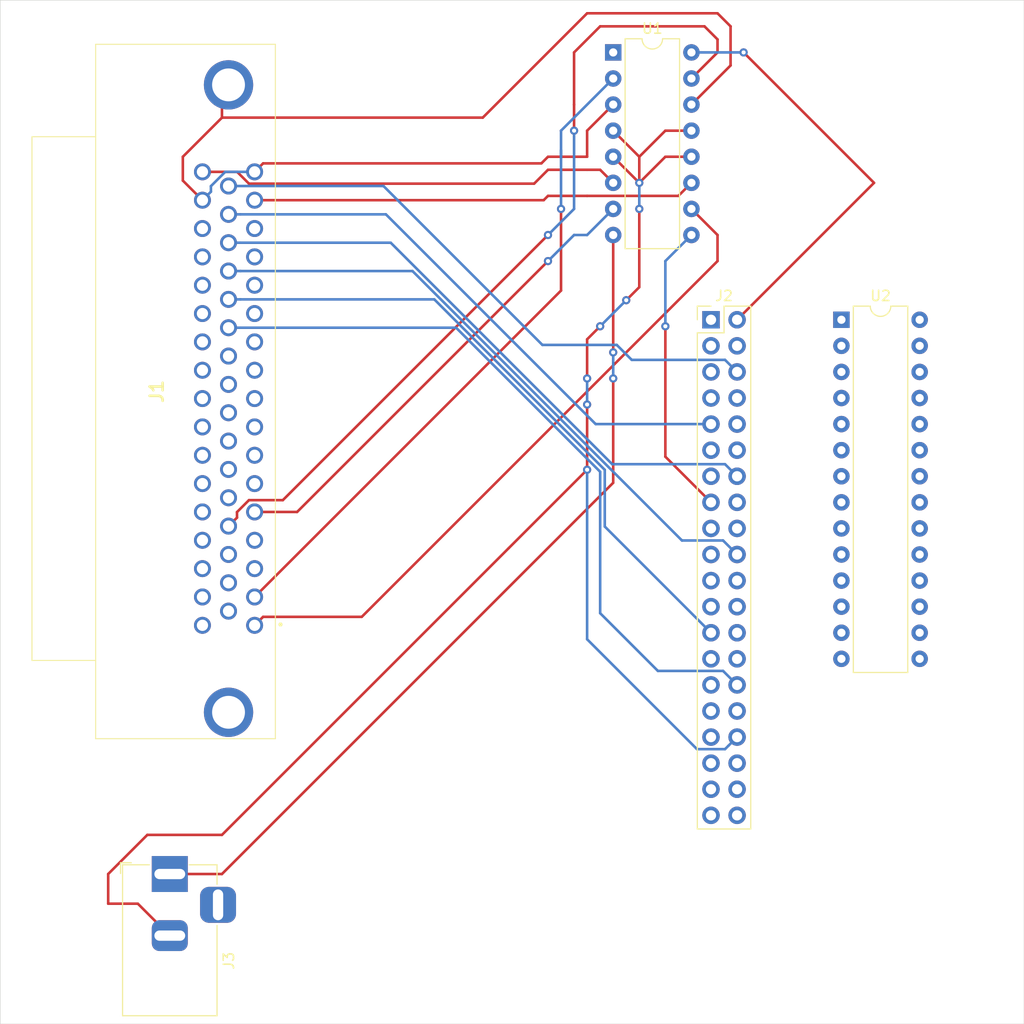
<source format=kicad_pcb>
(kicad_pcb (version 20171130) (host pcbnew 5.1.4)

  (general
    (thickness 1.6)
    (drawings 5)
    (tracks 152)
    (zones 0)
    (modules 5)
    (nets 113)
  )

  (page A4)
  (layers
    (0 F.Cu signal)
    (31 B.Cu signal)
    (32 B.Adhes user)
    (33 F.Adhes user)
    (34 B.Paste user)
    (35 F.Paste user)
    (36 B.SilkS user)
    (37 F.SilkS user)
    (38 B.Mask user)
    (39 F.Mask user)
    (40 Dwgs.User user)
    (41 Cmts.User user)
    (42 Eco1.User user)
    (43 Eco2.User user)
    (44 Edge.Cuts user)
    (45 Margin user)
    (46 B.CrtYd user)
    (47 F.CrtYd user)
    (48 B.Fab user)
    (49 F.Fab user)
  )

  (setup
    (last_trace_width 0.25)
    (user_trace_width 3.5)
    (user_trace_width 9.5)
    (trace_clearance 0.2)
    (zone_clearance 0.508)
    (zone_45_only no)
    (trace_min 0.2)
    (via_size 0.8)
    (via_drill 0.4)
    (via_min_size 0.4)
    (via_min_drill 0.3)
    (uvia_size 0.3)
    (uvia_drill 0.1)
    (uvias_allowed no)
    (uvia_min_size 0.2)
    (uvia_min_drill 0.1)
    (edge_width 0.05)
    (segment_width 0.2)
    (pcb_text_width 0.3)
    (pcb_text_size 1.5 1.5)
    (mod_edge_width 0.12)
    (mod_text_size 1 1)
    (mod_text_width 0.15)
    (pad_size 1.524 1.524)
    (pad_drill 0.762)
    (pad_to_mask_clearance 0.051)
    (solder_mask_min_width 0.25)
    (aux_axis_origin 0 0)
    (visible_elements FFFFFF7F)
    (pcbplotparams
      (layerselection 0x010fc_ffffffff)
      (usegerberextensions false)
      (usegerberattributes false)
      (usegerberadvancedattributes false)
      (creategerberjobfile false)
      (excludeedgelayer true)
      (linewidth 0.100000)
      (plotframeref false)
      (viasonmask false)
      (mode 1)
      (useauxorigin false)
      (hpglpennumber 1)
      (hpglpenspeed 20)
      (hpglpendiameter 15.000000)
      (psnegative false)
      (psa4output false)
      (plotreference true)
      (plotvalue true)
      (plotinvisibletext false)
      (padsonsilk false)
      (subtractmaskfromsilk false)
      (outputformat 1)
      (mirror false)
      (drillshape 0)
      (scaleselection 1)
      (outputdirectory "GERBERS/"))
  )

  (net 0 "")
  (net 1 /Grp_LOGIC_GND)
  (net 2 /M5_LOGIC_GND)
  (net 3 /M4_LOGIC_GND)
  (net 4 /M3_LOGIC_GND)
  (net 5 /M2_LOGIC_GND)
  (net 6 /M1_LOGIC_GND)
  (net 7 /M2_LOGIC_P0)
  (net 8 /M1_LOGIC_P0)
  (net 9 /M5_LOGIC_P1)
  (net 10 /M3_LOGIC_P1)
  (net 11 /M1_LOGIC_P1)
  (net 12 /M5_LOGIC_MS)
  (net 13 /M2_LOGIC_MS)
  (net 14 /M4_LOGIC_MS)
  (net 15 /M5_LOGIC_LED)
  (net 16 /M3_LOGIC_LED)
  (net 17 /M1_LOGIC_LED)
  (net 18 /Grp+)
  (net 19 /M5+)
  (net 20 /M4+)
  (net 21 /M3+)
  (net 22 /M2+)
  (net 23 /M5_LOGIC_P0)
  (net 24 /Grp_LOGIC_P1)
  (net 25 /M4_LOGIC_P1)
  (net 26 /M2_LOGIC_P1)
  (net 27 /Grp_LOGIC_MS)
  (net 28 /M1_LOGIC_MS)
  (net 29 /M3_LOGIC_MS)
  (net 30 /Grp_LOGIC_LED)
  (net 31 /M4_LOGIC_LED)
  (net 32 /M2_LOGIC_LED)
  (net 33 /Grp_LOGIC_P0)
  (net 34 /M4_LOGIC_P0)
  (net 35 /M3_LOGIC_P0)
  (net 36 "Net-(J1-Pad37)")
  (net 37 "Net-(J1-Pad38)")
  (net 38 "Net-(J1-Pad39)")
  (net 39 "Net-(J1-Pad40)")
  (net 40 "Net-(J1-Pad41)")
  (net 41 "Net-(J1-Pad42)")
  (net 42 "Net-(J1-Pad43)")
  (net 43 "Net-(J1-Pad44)")
  (net 44 /Grp-)
  (net 45 /M5-)
  (net 46 /M4-)
  (net 47 /M3-)
  (net 48 /M2-)
  (net 49 /M1-)
  (net 50 "Net-(J2-Pad1)")
  (net 51 "Net-(J2-Pad3)")
  (net 52 "Net-(J2-Pad4)")
  (net 53 "Net-(J2-Pad5)")
  (net 54 "Net-(J2-Pad7)")
  (net 55 "Net-(J2-Pad8)")
  (net 56 "Net-(J2-Pad10)")
  (net 57 "Net-(J2-Pad11)")
  (net 58 "Net-(J2-Pad12)")
  (net 59 "Net-(J2-Pad13)")
  (net 60 "Net-(J2-Pad16)")
  (net 61 "Net-(J2-Pad17)")
  (net 62 "Net-(J2-Pad18)")
  (net 63 "Net-(J2-Pad19)")
  (net 64 "Net-(J2-Pad21)")
  (net 65 "Net-(J2-Pad22)")
  (net 66 "Net-(J2-Pad23)")
  (net 67 "Net-(J2-Pad24)")
  (net 68 "Net-(J2-Pad26)")
  (net 69 "Net-(J2-Pad27)")
  (net 70 "Net-(J2-Pad28)")
  (net 71 "Net-(J2-Pad29)")
  (net 72 "Net-(J2-Pad31)")
  (net 73 "Net-(J2-Pad32)")
  (net 74 "Net-(J2-Pad33)")
  (net 75 "Net-(J2-Pad35)")
  (net 76 "Net-(J2-Pad36)")
  (net 77 "Net-(J2-Pad37)")
  (net 78 "Net-(J2-Pad38)")
  (net 79 "Net-(J2-Pad39)")
  (net 80 "Net-(J2-Pad40)")
  (net 81 /LOGIC_ENABLE_MOTORS)
  (net 82 /12V-)
  (net 83 /12V+)
  (net 84 /LOGIC_5V+)
  (net 85 "Net-(U2-Pad1)")
  (net 86 "Net-(U2-Pad15)")
  (net 87 "Net-(U2-Pad2)")
  (net 88 "Net-(U2-Pad16)")
  (net 89 "Net-(U2-Pad3)")
  (net 90 "Net-(U2-Pad17)")
  (net 91 "Net-(U2-Pad4)")
  (net 92 "Net-(U2-Pad18)")
  (net 93 "Net-(U2-Pad5)")
  (net 94 "Net-(U2-Pad19)")
  (net 95 "Net-(U2-Pad6)")
  (net 96 "Net-(U2-Pad20)")
  (net 97 "Net-(U2-Pad7)")
  (net 98 "Net-(U2-Pad21)")
  (net 99 "Net-(U2-Pad8)")
  (net 100 "Net-(U2-Pad22)")
  (net 101 "Net-(U2-Pad9)")
  (net 102 "Net-(U2-Pad23)")
  (net 103 "Net-(U2-Pad10)")
  (net 104 "Net-(U2-Pad24)")
  (net 105 "Net-(U2-Pad11)")
  (net 106 "Net-(U2-Pad25)")
  (net 107 "Net-(U2-Pad12)")
  (net 108 "Net-(U2-Pad26)")
  (net 109 "Net-(U2-Pad13)")
  (net 110 "Net-(U2-Pad27)")
  (net 111 "Net-(U2-Pad14)")
  (net 112 "Net-(U2-Pad28)")

  (net_class Default "This is the default net class."
    (clearance 0.2)
    (trace_width 0.25)
    (via_dia 0.8)
    (via_drill 0.4)
    (uvia_dia 0.3)
    (uvia_drill 0.1)
    (add_net /12V+)
    (add_net /12V-)
    (add_net /Grp+)
    (add_net /Grp-)
    (add_net /Grp_LOGIC_GND)
    (add_net /Grp_LOGIC_LED)
    (add_net /Grp_LOGIC_MS)
    (add_net /Grp_LOGIC_P0)
    (add_net /Grp_LOGIC_P1)
    (add_net /LOGIC_5V+)
    (add_net /LOGIC_ENABLE_MOTORS)
    (add_net /M1-)
    (add_net /M1_LOGIC_GND)
    (add_net /M1_LOGIC_LED)
    (add_net /M1_LOGIC_MS)
    (add_net /M1_LOGIC_P0)
    (add_net /M1_LOGIC_P1)
    (add_net /M2+)
    (add_net /M2-)
    (add_net /M2_LOGIC_GND)
    (add_net /M2_LOGIC_LED)
    (add_net /M2_LOGIC_MS)
    (add_net /M2_LOGIC_P0)
    (add_net /M2_LOGIC_P1)
    (add_net /M3+)
    (add_net /M3-)
    (add_net /M3_LOGIC_GND)
    (add_net /M3_LOGIC_LED)
    (add_net /M3_LOGIC_MS)
    (add_net /M3_LOGIC_P0)
    (add_net /M3_LOGIC_P1)
    (add_net /M4+)
    (add_net /M4-)
    (add_net /M4_LOGIC_GND)
    (add_net /M4_LOGIC_LED)
    (add_net /M4_LOGIC_MS)
    (add_net /M4_LOGIC_P0)
    (add_net /M4_LOGIC_P1)
    (add_net /M5+)
    (add_net /M5-)
    (add_net /M5_LOGIC_GND)
    (add_net /M5_LOGIC_LED)
    (add_net /M5_LOGIC_MS)
    (add_net /M5_LOGIC_P0)
    (add_net /M5_LOGIC_P1)
    (add_net "Net-(J1-Pad37)")
    (add_net "Net-(J1-Pad38)")
    (add_net "Net-(J1-Pad39)")
    (add_net "Net-(J1-Pad40)")
    (add_net "Net-(J1-Pad41)")
    (add_net "Net-(J1-Pad42)")
    (add_net "Net-(J1-Pad43)")
    (add_net "Net-(J1-Pad44)")
    (add_net "Net-(J2-Pad1)")
    (add_net "Net-(J2-Pad10)")
    (add_net "Net-(J2-Pad11)")
    (add_net "Net-(J2-Pad12)")
    (add_net "Net-(J2-Pad13)")
    (add_net "Net-(J2-Pad16)")
    (add_net "Net-(J2-Pad17)")
    (add_net "Net-(J2-Pad18)")
    (add_net "Net-(J2-Pad19)")
    (add_net "Net-(J2-Pad21)")
    (add_net "Net-(J2-Pad22)")
    (add_net "Net-(J2-Pad23)")
    (add_net "Net-(J2-Pad24)")
    (add_net "Net-(J2-Pad26)")
    (add_net "Net-(J2-Pad27)")
    (add_net "Net-(J2-Pad28)")
    (add_net "Net-(J2-Pad29)")
    (add_net "Net-(J2-Pad3)")
    (add_net "Net-(J2-Pad31)")
    (add_net "Net-(J2-Pad32)")
    (add_net "Net-(J2-Pad33)")
    (add_net "Net-(J2-Pad35)")
    (add_net "Net-(J2-Pad36)")
    (add_net "Net-(J2-Pad37)")
    (add_net "Net-(J2-Pad38)")
    (add_net "Net-(J2-Pad39)")
    (add_net "Net-(J2-Pad4)")
    (add_net "Net-(J2-Pad40)")
    (add_net "Net-(J2-Pad5)")
    (add_net "Net-(J2-Pad7)")
    (add_net "Net-(J2-Pad8)")
    (add_net "Net-(U2-Pad1)")
    (add_net "Net-(U2-Pad10)")
    (add_net "Net-(U2-Pad11)")
    (add_net "Net-(U2-Pad12)")
    (add_net "Net-(U2-Pad13)")
    (add_net "Net-(U2-Pad14)")
    (add_net "Net-(U2-Pad15)")
    (add_net "Net-(U2-Pad16)")
    (add_net "Net-(U2-Pad17)")
    (add_net "Net-(U2-Pad18)")
    (add_net "Net-(U2-Pad19)")
    (add_net "Net-(U2-Pad2)")
    (add_net "Net-(U2-Pad20)")
    (add_net "Net-(U2-Pad21)")
    (add_net "Net-(U2-Pad22)")
    (add_net "Net-(U2-Pad23)")
    (add_net "Net-(U2-Pad24)")
    (add_net "Net-(U2-Pad25)")
    (add_net "Net-(U2-Pad26)")
    (add_net "Net-(U2-Pad27)")
    (add_net "Net-(U2-Pad28)")
    (add_net "Net-(U2-Pad3)")
    (add_net "Net-(U2-Pad4)")
    (add_net "Net-(U2-Pad5)")
    (add_net "Net-(U2-Pad6)")
    (add_net "Net-(U2-Pad7)")
    (add_net "Net-(U2-Pad8)")
    (add_net "Net-(U2-Pad9)")
  )

  (module Connector_BarrelJack:BarrelJack_Horizontal (layer F.Cu) (tedit 5A1DBF6A) (tstamp 5DE11FE9)
    (at 35.56 104.14 90)
    (descr "DC Barrel Jack")
    (tags "Power Jack")
    (path /5E136646)
    (fp_text reference J3 (at -8.45 5.75 90) (layer F.SilkS)
      (effects (font (size 1 1) (thickness 0.15)))
    )
    (fp_text value Conn_01x02 (at -6.2 -5.5 90) (layer F.Fab)
      (effects (font (size 1 1) (thickness 0.15)))
    )
    (fp_text user %R (at -3 -2.95 90) (layer F.Fab)
      (effects (font (size 1 1) (thickness 0.15)))
    )
    (fp_line (start -0.003213 -4.505425) (end 0.8 -3.75) (layer F.Fab) (width 0.1))
    (fp_line (start 1.1 -3.75) (end 1.1 -4.8) (layer F.SilkS) (width 0.12))
    (fp_line (start 0.05 -4.8) (end 1.1 -4.8) (layer F.SilkS) (width 0.12))
    (fp_line (start 1 -4.5) (end 1 -4.75) (layer F.CrtYd) (width 0.05))
    (fp_line (start 1 -4.75) (end -14 -4.75) (layer F.CrtYd) (width 0.05))
    (fp_line (start 1 -4.5) (end 1 -2) (layer F.CrtYd) (width 0.05))
    (fp_line (start 1 -2) (end 2 -2) (layer F.CrtYd) (width 0.05))
    (fp_line (start 2 -2) (end 2 2) (layer F.CrtYd) (width 0.05))
    (fp_line (start 2 2) (end 1 2) (layer F.CrtYd) (width 0.05))
    (fp_line (start 1 2) (end 1 4.75) (layer F.CrtYd) (width 0.05))
    (fp_line (start 1 4.75) (end -1 4.75) (layer F.CrtYd) (width 0.05))
    (fp_line (start -1 4.75) (end -1 6.75) (layer F.CrtYd) (width 0.05))
    (fp_line (start -1 6.75) (end -5 6.75) (layer F.CrtYd) (width 0.05))
    (fp_line (start -5 6.75) (end -5 4.75) (layer F.CrtYd) (width 0.05))
    (fp_line (start -5 4.75) (end -14 4.75) (layer F.CrtYd) (width 0.05))
    (fp_line (start -14 4.75) (end -14 -4.75) (layer F.CrtYd) (width 0.05))
    (fp_line (start -5 4.6) (end -13.8 4.6) (layer F.SilkS) (width 0.12))
    (fp_line (start -13.8 4.6) (end -13.8 -4.6) (layer F.SilkS) (width 0.12))
    (fp_line (start 0.9 1.9) (end 0.9 4.6) (layer F.SilkS) (width 0.12))
    (fp_line (start 0.9 4.6) (end -1 4.6) (layer F.SilkS) (width 0.12))
    (fp_line (start -13.8 -4.6) (end 0.9 -4.6) (layer F.SilkS) (width 0.12))
    (fp_line (start 0.9 -4.6) (end 0.9 -2) (layer F.SilkS) (width 0.12))
    (fp_line (start -10.2 -4.5) (end -10.2 4.5) (layer F.Fab) (width 0.1))
    (fp_line (start -13.7 -4.5) (end -13.7 4.5) (layer F.Fab) (width 0.1))
    (fp_line (start -13.7 4.5) (end 0.8 4.5) (layer F.Fab) (width 0.1))
    (fp_line (start 0.8 4.5) (end 0.8 -3.75) (layer F.Fab) (width 0.1))
    (fp_line (start 0 -4.5) (end -13.7 -4.5) (layer F.Fab) (width 0.1))
    (pad 1 thru_hole rect (at 0 0 90) (size 3.5 3.5) (drill oval 1 3) (layers *.Cu *.Mask)
      (net 83 /12V+))
    (pad 2 thru_hole roundrect (at -6 0 90) (size 3 3.5) (drill oval 1 3) (layers *.Cu *.Mask) (roundrect_rratio 0.25)
      (net 82 /12V-))
    (pad 3 thru_hole roundrect (at -3 4.7 90) (size 3.5 3.5) (drill oval 3 1) (layers *.Cu *.Mask) (roundrect_rratio 0.25))
    (model ${KISYS3DMOD}/Connector_BarrelJack.3dshapes/BarrelJack_Horizontal.wrl
      (at (xyz 0 0 0))
      (scale (xyz 1 1 1))
      (rotate (xyz 0 0 0))
    )
  )

  (module LibraryLoader:09665526612 (layer F.Cu) (tedit 0) (tstamp 5DE10A55)
    (at 34.29 57.15 270)
    (descr 09665526612)
    (tags Connector)
    (path /5DE13F75)
    (fp_text reference J1 (at 0 0 90) (layer F.SilkS)
      (effects (font (size 1.27 1.27) (thickness 0.254)))
    )
    (fp_text value DB-50 (at 0 0 90) (layer F.SilkS) hide
      (effects (font (size 1.27 1.27) (thickness 0.254)))
    )
    (fp_text user %R (at 0 0 90) (layer F.Fab)
      (effects (font (size 1.27 1.27) (thickness 0.254)))
    )
    (fp_line (start -33.81 -11.55) (end 33.81 -11.55) (layer F.Fab) (width 0.2))
    (fp_line (start 33.81 -11.55) (end 33.81 5.95) (layer F.Fab) (width 0.2))
    (fp_line (start 33.81 5.95) (end -33.81 5.95) (layer F.Fab) (width 0.2))
    (fp_line (start -33.81 5.95) (end -33.81 -11.55) (layer F.Fab) (width 0.2))
    (fp_line (start -33.81 -11.55) (end 33.81 -11.55) (layer F.SilkS) (width 0.1))
    (fp_line (start 33.81 -11.55) (end 33.81 5.95) (layer F.SilkS) (width 0.1))
    (fp_line (start 33.81 5.95) (end -33.81 5.95) (layer F.SilkS) (width 0.1))
    (fp_line (start -33.81 5.95) (end -33.81 -11.55) (layer F.SilkS) (width 0.1))
    (fp_line (start -34.81 -13.15) (end 34.81 -13.15) (layer F.CrtYd) (width 0.1))
    (fp_line (start 34.81 -13.15) (end 34.81 13.15) (layer F.CrtYd) (width 0.1))
    (fp_line (start 34.81 13.15) (end -34.81 13.15) (layer F.CrtYd) (width 0.1))
    (fp_line (start -34.81 13.15) (end -34.81 -13.15) (layer F.CrtYd) (width 0.1))
    (fp_line (start -24.81 5.95) (end -24.81 12.15) (layer F.Fab) (width 0.2))
    (fp_line (start -24.81 12.15) (end 26.19 12.15) (layer F.Fab) (width 0.2))
    (fp_line (start 26.19 12.15) (end 26.19 5.95) (layer F.Fab) (width 0.2))
    (fp_line (start -24.81 5.95) (end -24.81 12.15) (layer F.SilkS) (width 0.1))
    (fp_line (start -24.81 12.15) (end 26.19 12.15) (layer F.SilkS) (width 0.1))
    (fp_line (start 26.19 12.15) (end 26.19 5.95) (layer F.SilkS) (width 0.1))
    (fp_line (start 22.59 -12.05) (end 22.59 -12.05) (layer F.SilkS) (width 0.2))
    (fp_line (start 22.79 -12.05) (end 22.79 -12.05) (layer F.SilkS) (width 0.2))
    (fp_arc (start 22.69 -12.05) (end 22.59 -12.05) (angle 180) (layer F.SilkS) (width 0.2))
    (fp_arc (start 22.69 -12.05) (end 22.79 -12.05) (angle 180) (layer F.SilkS) (width 0.2))
    (pad 1 thru_hole circle (at 22.77 -9.53 270) (size 1.65 1.65) (drill 1.1) (layers *.Cu *.Mask)
      (net 7 /M2_LOGIC_P0))
    (pad 2 thru_hole circle (at 20.01 -9.53 270) (size 1.65 1.65) (drill 1.1) (layers *.Cu *.Mask)
      (net 8 /M1_LOGIC_P0))
    (pad 3 thru_hole circle (at 17.25 -9.53 270) (size 1.65 1.65) (drill 1.1) (layers *.Cu *.Mask)
      (net 9 /M5_LOGIC_P1))
    (pad 4 thru_hole circle (at 14.49 -9.53 270) (size 1.65 1.65) (drill 1.1) (layers *.Cu *.Mask)
      (net 10 /M3_LOGIC_P1))
    (pad 5 thru_hole circle (at 11.73 -9.53 270) (size 1.65 1.65) (drill 1.1) (layers *.Cu *.Mask)
      (net 11 /M1_LOGIC_P1))
    (pad 6 thru_hole circle (at 8.97 -9.53 270) (size 1.65 1.65) (drill 1.1) (layers *.Cu *.Mask)
      (net 12 /M5_LOGIC_MS))
    (pad 7 thru_hole circle (at 6.21 -9.53 270) (size 1.65 1.65) (drill 1.1) (layers *.Cu *.Mask)
      (net 13 /M2_LOGIC_MS))
    (pad 8 thru_hole circle (at 3.45 -9.53 270) (size 1.65 1.65) (drill 1.1) (layers *.Cu *.Mask)
      (net 14 /M4_LOGIC_MS))
    (pad 9 thru_hole circle (at 0.69 -9.53 270) (size 1.65 1.65) (drill 1.1) (layers *.Cu *.Mask)
      (net 15 /M5_LOGIC_LED))
    (pad 10 thru_hole circle (at -2.07 -9.53 270) (size 1.65 1.65) (drill 1.1) (layers *.Cu *.Mask)
      (net 16 /M3_LOGIC_LED))
    (pad 11 thru_hole circle (at -4.83 -9.53 270) (size 1.65 1.65) (drill 1.1) (layers *.Cu *.Mask)
      (net 17 /M1_LOGIC_LED))
    (pad 12 thru_hole circle (at -7.59 -9.53 270) (size 1.65 1.65) (drill 1.1) (layers *.Cu *.Mask)
      (net 18 /Grp+))
    (pad 13 thru_hole circle (at -10.35 -9.53 270) (size 1.65 1.65) (drill 1.1) (layers *.Cu *.Mask)
      (net 19 /M5+))
    (pad 14 thru_hole circle (at -13.11 -9.53 270) (size 1.65 1.65) (drill 1.1) (layers *.Cu *.Mask)
      (net 20 /M4+))
    (pad 15 thru_hole circle (at -15.87 -9.53 270) (size 1.65 1.65) (drill 1.1) (layers *.Cu *.Mask)
      (net 21 /M3+))
    (pad 16 thru_hole circle (at -18.63 -9.53 270) (size 1.65 1.65) (drill 1.1) (layers *.Cu *.Mask)
      (net 22 /M2+))
    (pad 17 thru_hole circle (at -21.39 -9.53 270) (size 1.65 1.65) (drill 1.1) (layers *.Cu *.Mask)
      (net 48 /M2-))
    (pad 18 thru_hole circle (at 21.39 -6.99 270) (size 1.65 1.65) (drill 1.1) (layers *.Cu *.Mask)
      (net 23 /M5_LOGIC_P0))
    (pad 19 thru_hole circle (at 18.63 -6.99 270) (size 1.65 1.65) (drill 1.1) (layers *.Cu *.Mask)
      (net 24 /Grp_LOGIC_P1))
    (pad 20 thru_hole circle (at 15.87 -6.99 270) (size 1.65 1.65) (drill 1.1) (layers *.Cu *.Mask)
      (net 25 /M4_LOGIC_P1))
    (pad 21 thru_hole circle (at 13.11 -6.99 270) (size 1.65 1.65) (drill 1.1) (layers *.Cu *.Mask)
      (net 26 /M2_LOGIC_P1))
    (pad 22 thru_hole circle (at 10.35 -6.99 270) (size 1.65 1.65) (drill 1.1) (layers *.Cu *.Mask)
      (net 27 /Grp_LOGIC_MS))
    (pad 23 thru_hole circle (at 7.59 -6.99 270) (size 1.65 1.65) (drill 1.1) (layers *.Cu *.Mask)
      (net 28 /M1_LOGIC_MS))
    (pad 24 thru_hole circle (at 4.83 -6.99 270) (size 1.65 1.65) (drill 1.1) (layers *.Cu *.Mask)
      (net 29 /M3_LOGIC_MS))
    (pad 25 thru_hole circle (at 2.07 -6.99 270) (size 1.65 1.65) (drill 1.1) (layers *.Cu *.Mask)
      (net 30 /Grp_LOGIC_LED))
    (pad 26 thru_hole circle (at -0.69 -6.99 270) (size 1.65 1.65) (drill 1.1) (layers *.Cu *.Mask)
      (net 31 /M4_LOGIC_LED))
    (pad 27 thru_hole circle (at -3.45 -6.99 270) (size 1.65 1.65) (drill 1.1) (layers *.Cu *.Mask)
      (net 32 /M2_LOGIC_LED))
    (pad 28 thru_hole circle (at -6.21 -6.99 270) (size 1.65 1.65) (drill 1.1) (layers *.Cu *.Mask)
      (net 1 /Grp_LOGIC_GND))
    (pad 29 thru_hole circle (at -8.97 -6.99 270) (size 1.65 1.65) (drill 1.1) (layers *.Cu *.Mask)
      (net 2 /M5_LOGIC_GND))
    (pad 30 thru_hole circle (at -11.73 -6.99 270) (size 1.65 1.65) (drill 1.1) (layers *.Cu *.Mask)
      (net 3 /M4_LOGIC_GND))
    (pad 31 thru_hole circle (at -14.49 -6.99 270) (size 1.65 1.65) (drill 1.1) (layers *.Cu *.Mask)
      (net 4 /M3_LOGIC_GND))
    (pad 32 thru_hole circle (at -17.25 -6.99 270) (size 1.65 1.65) (drill 1.1) (layers *.Cu *.Mask)
      (net 5 /M2_LOGIC_GND))
    (pad 33 thru_hole circle (at -20.01 -6.99 270) (size 1.65 1.65) (drill 1.1) (layers *.Cu *.Mask)
      (net 6 /M1_LOGIC_GND))
    (pad 34 thru_hole circle (at 22.77 -4.45 270) (size 1.65 1.65) (drill 1.1) (layers *.Cu *.Mask)
      (net 33 /Grp_LOGIC_P0))
    (pad 35 thru_hole circle (at 20.01 -4.45 270) (size 1.65 1.65) (drill 1.1) (layers *.Cu *.Mask)
      (net 34 /M4_LOGIC_P0))
    (pad 36 thru_hole circle (at 17.25 -4.45 270) (size 1.65 1.65) (drill 1.1) (layers *.Cu *.Mask)
      (net 35 /M3_LOGIC_P0))
    (pad 37 thru_hole circle (at 14.49 -4.45 270) (size 1.65 1.65) (drill 1.1) (layers *.Cu *.Mask)
      (net 36 "Net-(J1-Pad37)"))
    (pad 38 thru_hole circle (at 11.73 -4.45 270) (size 1.65 1.65) (drill 1.1) (layers *.Cu *.Mask)
      (net 37 "Net-(J1-Pad38)"))
    (pad 39 thru_hole circle (at 8.97 -4.45 270) (size 1.65 1.65) (drill 1.1) (layers *.Cu *.Mask)
      (net 38 "Net-(J1-Pad39)"))
    (pad 40 thru_hole circle (at 6.21 -4.45 270) (size 1.65 1.65) (drill 1.1) (layers *.Cu *.Mask)
      (net 39 "Net-(J1-Pad40)"))
    (pad 41 thru_hole circle (at 3.45 -4.45 270) (size 1.65 1.65) (drill 1.1) (layers *.Cu *.Mask)
      (net 40 "Net-(J1-Pad41)"))
    (pad 42 thru_hole circle (at 0.69 -4.45 270) (size 1.65 1.65) (drill 1.1) (layers *.Cu *.Mask)
      (net 41 "Net-(J1-Pad42)"))
    (pad 43 thru_hole circle (at -2.07 -4.45 270) (size 1.65 1.65) (drill 1.1) (layers *.Cu *.Mask)
      (net 42 "Net-(J1-Pad43)"))
    (pad 44 thru_hole circle (at -4.83 -4.45 270) (size 1.65 1.65) (drill 1.1) (layers *.Cu *.Mask)
      (net 43 "Net-(J1-Pad44)"))
    (pad 45 thru_hole circle (at -7.59 -4.45 270) (size 1.65 1.65) (drill 1.1) (layers *.Cu *.Mask)
      (net 44 /Grp-))
    (pad 46 thru_hole circle (at -10.35 -4.45 270) (size 1.65 1.65) (drill 1.1) (layers *.Cu *.Mask)
      (net 45 /M5-))
    (pad 47 thru_hole circle (at -13.11 -4.45 270) (size 1.65 1.65) (drill 1.1) (layers *.Cu *.Mask)
      (net 46 /M4-))
    (pad 48 thru_hole circle (at -15.87 -4.45 270) (size 1.65 1.65) (drill 1.1) (layers *.Cu *.Mask)
      (net 47 /M3-))
    (pad 49 thru_hole circle (at -18.63 -4.45 270) (size 1.65 1.65) (drill 1.1) (layers *.Cu *.Mask)
      (net 48 /M2-))
    (pad 50 thru_hole circle (at -21.39 -4.45 270) (size 1.65 1.65) (drill 1.1) (layers *.Cu *.Mask)
      (net 49 /M1-))
    (pad 51 thru_hole circle (at -29.86 -6.99 270) (size 4.8 4.8) (drill 3.2) (layers *.Cu *.Mask)
      (net 48 /M2-))
    (pad 52 thru_hole circle (at 31.24 -6.99 270) (size 4.8 4.8) (drill 3.2) (layers *.Cu *.Mask))
  )

  (module Package_DIP:DIP-28_W7.62mm (layer F.Cu) (tedit 5A02E8C5) (tstamp 5DE11BB0)
    (at 100.965 50.165)
    (descr "28-lead though-hole mounted DIP package, row spacing 7.62 mm (300 mils)")
    (tags "THT DIP DIL PDIP 2.54mm 7.62mm 300mil")
    (path /5E01D5FD)
    (fp_text reference U2 (at 3.81 -2.33) (layer F.SilkS)
      (effects (font (size 1 1) (thickness 0.15)))
    )
    (fp_text value PIC18F2431-E_SP (at 3.81 35.35) (layer F.Fab)
      (effects (font (size 1 1) (thickness 0.15)))
    )
    (fp_arc (start 3.81 -1.33) (end 2.81 -1.33) (angle -180) (layer F.SilkS) (width 0.12))
    (fp_line (start 1.635 -1.27) (end 6.985 -1.27) (layer F.Fab) (width 0.1))
    (fp_line (start 6.985 -1.27) (end 6.985 34.29) (layer F.Fab) (width 0.1))
    (fp_line (start 6.985 34.29) (end 0.635 34.29) (layer F.Fab) (width 0.1))
    (fp_line (start 0.635 34.29) (end 0.635 -0.27) (layer F.Fab) (width 0.1))
    (fp_line (start 0.635 -0.27) (end 1.635 -1.27) (layer F.Fab) (width 0.1))
    (fp_line (start 2.81 -1.33) (end 1.16 -1.33) (layer F.SilkS) (width 0.12))
    (fp_line (start 1.16 -1.33) (end 1.16 34.35) (layer F.SilkS) (width 0.12))
    (fp_line (start 1.16 34.35) (end 6.46 34.35) (layer F.SilkS) (width 0.12))
    (fp_line (start 6.46 34.35) (end 6.46 -1.33) (layer F.SilkS) (width 0.12))
    (fp_line (start 6.46 -1.33) (end 4.81 -1.33) (layer F.SilkS) (width 0.12))
    (fp_line (start -1.1 -1.55) (end -1.1 34.55) (layer F.CrtYd) (width 0.05))
    (fp_line (start -1.1 34.55) (end 8.7 34.55) (layer F.CrtYd) (width 0.05))
    (fp_line (start 8.7 34.55) (end 8.7 -1.55) (layer F.CrtYd) (width 0.05))
    (fp_line (start 8.7 -1.55) (end -1.1 -1.55) (layer F.CrtYd) (width 0.05))
    (fp_text user %R (at 3.81 16.51) (layer F.Fab)
      (effects (font (size 1 1) (thickness 0.15)))
    )
    (pad 1 thru_hole rect (at 0 0) (size 1.6 1.6) (drill 0.8) (layers *.Cu *.Mask)
      (net 85 "Net-(U2-Pad1)"))
    (pad 15 thru_hole oval (at 7.62 33.02) (size 1.6 1.6) (drill 0.8) (layers *.Cu *.Mask)
      (net 86 "Net-(U2-Pad15)"))
    (pad 2 thru_hole oval (at 0 2.54) (size 1.6 1.6) (drill 0.8) (layers *.Cu *.Mask)
      (net 87 "Net-(U2-Pad2)"))
    (pad 16 thru_hole oval (at 7.62 30.48) (size 1.6 1.6) (drill 0.8) (layers *.Cu *.Mask)
      (net 88 "Net-(U2-Pad16)"))
    (pad 3 thru_hole oval (at 0 5.08) (size 1.6 1.6) (drill 0.8) (layers *.Cu *.Mask)
      (net 89 "Net-(U2-Pad3)"))
    (pad 17 thru_hole oval (at 7.62 27.94) (size 1.6 1.6) (drill 0.8) (layers *.Cu *.Mask)
      (net 90 "Net-(U2-Pad17)"))
    (pad 4 thru_hole oval (at 0 7.62) (size 1.6 1.6) (drill 0.8) (layers *.Cu *.Mask)
      (net 91 "Net-(U2-Pad4)"))
    (pad 18 thru_hole oval (at 7.62 25.4) (size 1.6 1.6) (drill 0.8) (layers *.Cu *.Mask)
      (net 92 "Net-(U2-Pad18)"))
    (pad 5 thru_hole oval (at 0 10.16) (size 1.6 1.6) (drill 0.8) (layers *.Cu *.Mask)
      (net 93 "Net-(U2-Pad5)"))
    (pad 19 thru_hole oval (at 7.62 22.86) (size 1.6 1.6) (drill 0.8) (layers *.Cu *.Mask)
      (net 94 "Net-(U2-Pad19)"))
    (pad 6 thru_hole oval (at 0 12.7) (size 1.6 1.6) (drill 0.8) (layers *.Cu *.Mask)
      (net 95 "Net-(U2-Pad6)"))
    (pad 20 thru_hole oval (at 7.62 20.32) (size 1.6 1.6) (drill 0.8) (layers *.Cu *.Mask)
      (net 96 "Net-(U2-Pad20)"))
    (pad 7 thru_hole oval (at 0 15.24) (size 1.6 1.6) (drill 0.8) (layers *.Cu *.Mask)
      (net 97 "Net-(U2-Pad7)"))
    (pad 21 thru_hole oval (at 7.62 17.78) (size 1.6 1.6) (drill 0.8) (layers *.Cu *.Mask)
      (net 98 "Net-(U2-Pad21)"))
    (pad 8 thru_hole oval (at 0 17.78) (size 1.6 1.6) (drill 0.8) (layers *.Cu *.Mask)
      (net 99 "Net-(U2-Pad8)"))
    (pad 22 thru_hole oval (at 7.62 15.24) (size 1.6 1.6) (drill 0.8) (layers *.Cu *.Mask)
      (net 100 "Net-(U2-Pad22)"))
    (pad 9 thru_hole oval (at 0 20.32) (size 1.6 1.6) (drill 0.8) (layers *.Cu *.Mask)
      (net 101 "Net-(U2-Pad9)"))
    (pad 23 thru_hole oval (at 7.62 12.7) (size 1.6 1.6) (drill 0.8) (layers *.Cu *.Mask)
      (net 102 "Net-(U2-Pad23)"))
    (pad 10 thru_hole oval (at 0 22.86) (size 1.6 1.6) (drill 0.8) (layers *.Cu *.Mask)
      (net 103 "Net-(U2-Pad10)"))
    (pad 24 thru_hole oval (at 7.62 10.16) (size 1.6 1.6) (drill 0.8) (layers *.Cu *.Mask)
      (net 104 "Net-(U2-Pad24)"))
    (pad 11 thru_hole oval (at 0 25.4) (size 1.6 1.6) (drill 0.8) (layers *.Cu *.Mask)
      (net 105 "Net-(U2-Pad11)"))
    (pad 25 thru_hole oval (at 7.62 7.62) (size 1.6 1.6) (drill 0.8) (layers *.Cu *.Mask)
      (net 106 "Net-(U2-Pad25)"))
    (pad 12 thru_hole oval (at 0 27.94) (size 1.6 1.6) (drill 0.8) (layers *.Cu *.Mask)
      (net 107 "Net-(U2-Pad12)"))
    (pad 26 thru_hole oval (at 7.62 5.08) (size 1.6 1.6) (drill 0.8) (layers *.Cu *.Mask)
      (net 108 "Net-(U2-Pad26)"))
    (pad 13 thru_hole oval (at 0 30.48) (size 1.6 1.6) (drill 0.8) (layers *.Cu *.Mask)
      (net 109 "Net-(U2-Pad13)"))
    (pad 27 thru_hole oval (at 7.62 2.54) (size 1.6 1.6) (drill 0.8) (layers *.Cu *.Mask)
      (net 110 "Net-(U2-Pad27)"))
    (pad 14 thru_hole oval (at 0 33.02) (size 1.6 1.6) (drill 0.8) (layers *.Cu *.Mask)
      (net 111 "Net-(U2-Pad14)"))
    (pad 28 thru_hole oval (at 7.62 0) (size 1.6 1.6) (drill 0.8) (layers *.Cu *.Mask)
      (net 112 "Net-(U2-Pad28)"))
    (model ${KISYS3DMOD}/Package_DIP.3dshapes/DIP-28_W7.62mm.wrl
      (at (xyz 0 0 0))
      (scale (xyz 1 1 1))
      (rotate (xyz 0 0 0))
    )
  )

  (module Connector_PinHeader_2.54mm:PinHeader_2x20_P2.54mm_Vertical (layer F.Cu) (tedit 59FED5CC) (tstamp 5DE12FD4)
    (at 88.265 50.165)
    (descr "Through hole straight pin header, 2x20, 2.54mm pitch, double rows")
    (tags "Through hole pin header THT 2x20 2.54mm double row")
    (path /5DE8F286)
    (fp_text reference J2 (at 1.27 -2.33) (layer F.SilkS)
      (effects (font (size 1 1) (thickness 0.15)))
    )
    (fp_text value Raspberry_Pi_2_3 (at 1.27 50.59) (layer F.Fab)
      (effects (font (size 1 1) (thickness 0.15)))
    )
    (fp_line (start 0 -1.27) (end 3.81 -1.27) (layer F.Fab) (width 0.1))
    (fp_line (start 3.81 -1.27) (end 3.81 49.53) (layer F.Fab) (width 0.1))
    (fp_line (start 3.81 49.53) (end -1.27 49.53) (layer F.Fab) (width 0.1))
    (fp_line (start -1.27 49.53) (end -1.27 0) (layer F.Fab) (width 0.1))
    (fp_line (start -1.27 0) (end 0 -1.27) (layer F.Fab) (width 0.1))
    (fp_line (start -1.33 49.59) (end 3.87 49.59) (layer F.SilkS) (width 0.12))
    (fp_line (start -1.33 1.27) (end -1.33 49.59) (layer F.SilkS) (width 0.12))
    (fp_line (start 3.87 -1.33) (end 3.87 49.59) (layer F.SilkS) (width 0.12))
    (fp_line (start -1.33 1.27) (end 1.27 1.27) (layer F.SilkS) (width 0.12))
    (fp_line (start 1.27 1.27) (end 1.27 -1.33) (layer F.SilkS) (width 0.12))
    (fp_line (start 1.27 -1.33) (end 3.87 -1.33) (layer F.SilkS) (width 0.12))
    (fp_line (start -1.33 0) (end -1.33 -1.33) (layer F.SilkS) (width 0.12))
    (fp_line (start -1.33 -1.33) (end 0 -1.33) (layer F.SilkS) (width 0.12))
    (fp_line (start -1.8 -1.8) (end -1.8 50.05) (layer F.CrtYd) (width 0.05))
    (fp_line (start -1.8 50.05) (end 4.35 50.05) (layer F.CrtYd) (width 0.05))
    (fp_line (start 4.35 50.05) (end 4.35 -1.8) (layer F.CrtYd) (width 0.05))
    (fp_line (start 4.35 -1.8) (end -1.8 -1.8) (layer F.CrtYd) (width 0.05))
    (fp_text user %R (at 1.27 24.13 90) (layer F.Fab)
      (effects (font (size 1 1) (thickness 0.15)))
    )
    (pad 1 thru_hole rect (at 0 0) (size 1.7 1.7) (drill 1) (layers *.Cu *.Mask)
      (net 50 "Net-(J2-Pad1)"))
    (pad 2 thru_hole oval (at 2.54 0) (size 1.7 1.7) (drill 1) (layers *.Cu *.Mask)
      (net 84 /LOGIC_5V+))
    (pad 3 thru_hole oval (at 0 2.54) (size 1.7 1.7) (drill 1) (layers *.Cu *.Mask)
      (net 51 "Net-(J2-Pad3)"))
    (pad 4 thru_hole oval (at 2.54 2.54) (size 1.7 1.7) (drill 1) (layers *.Cu *.Mask)
      (net 52 "Net-(J2-Pad4)"))
    (pad 5 thru_hole oval (at 0 5.08) (size 1.7 1.7) (drill 1) (layers *.Cu *.Mask)
      (net 53 "Net-(J2-Pad5)"))
    (pad 6 thru_hole oval (at 2.54 5.08) (size 1.7 1.7) (drill 1) (layers *.Cu *.Mask)
      (net 6 /M1_LOGIC_GND))
    (pad 7 thru_hole oval (at 0 7.62) (size 1.7 1.7) (drill 1) (layers *.Cu *.Mask)
      (net 54 "Net-(J2-Pad7)"))
    (pad 8 thru_hole oval (at 2.54 7.62) (size 1.7 1.7) (drill 1) (layers *.Cu *.Mask)
      (net 55 "Net-(J2-Pad8)"))
    (pad 9 thru_hole oval (at 0 10.16) (size 1.7 1.7) (drill 1) (layers *.Cu *.Mask)
      (net 5 /M2_LOGIC_GND))
    (pad 10 thru_hole oval (at 2.54 10.16) (size 1.7 1.7) (drill 1) (layers *.Cu *.Mask)
      (net 56 "Net-(J2-Pad10)"))
    (pad 11 thru_hole oval (at 0 12.7) (size 1.7 1.7) (drill 1) (layers *.Cu *.Mask)
      (net 57 "Net-(J2-Pad11)"))
    (pad 12 thru_hole oval (at 2.54 12.7) (size 1.7 1.7) (drill 1) (layers *.Cu *.Mask)
      (net 58 "Net-(J2-Pad12)"))
    (pad 13 thru_hole oval (at 0 15.24) (size 1.7 1.7) (drill 1) (layers *.Cu *.Mask)
      (net 59 "Net-(J2-Pad13)"))
    (pad 14 thru_hole oval (at 2.54 15.24) (size 1.7 1.7) (drill 1) (layers *.Cu *.Mask)
      (net 4 /M3_LOGIC_GND))
    (pad 15 thru_hole oval (at 0 17.78) (size 1.7 1.7) (drill 1) (layers *.Cu *.Mask)
      (net 81 /LOGIC_ENABLE_MOTORS))
    (pad 16 thru_hole oval (at 2.54 17.78) (size 1.7 1.7) (drill 1) (layers *.Cu *.Mask)
      (net 60 "Net-(J2-Pad16)"))
    (pad 17 thru_hole oval (at 0 20.32) (size 1.7 1.7) (drill 1) (layers *.Cu *.Mask)
      (net 61 "Net-(J2-Pad17)"))
    (pad 18 thru_hole oval (at 2.54 20.32) (size 1.7 1.7) (drill 1) (layers *.Cu *.Mask)
      (net 62 "Net-(J2-Pad18)"))
    (pad 19 thru_hole oval (at 0 22.86) (size 1.7 1.7) (drill 1) (layers *.Cu *.Mask)
      (net 63 "Net-(J2-Pad19)"))
    (pad 20 thru_hole oval (at 2.54 22.86) (size 1.7 1.7) (drill 1) (layers *.Cu *.Mask)
      (net 3 /M4_LOGIC_GND))
    (pad 21 thru_hole oval (at 0 25.4) (size 1.7 1.7) (drill 1) (layers *.Cu *.Mask)
      (net 64 "Net-(J2-Pad21)"))
    (pad 22 thru_hole oval (at 2.54 25.4) (size 1.7 1.7) (drill 1) (layers *.Cu *.Mask)
      (net 65 "Net-(J2-Pad22)"))
    (pad 23 thru_hole oval (at 0 27.94) (size 1.7 1.7) (drill 1) (layers *.Cu *.Mask)
      (net 66 "Net-(J2-Pad23)"))
    (pad 24 thru_hole oval (at 2.54 27.94) (size 1.7 1.7) (drill 1) (layers *.Cu *.Mask)
      (net 67 "Net-(J2-Pad24)"))
    (pad 25 thru_hole oval (at 0 30.48) (size 1.7 1.7) (drill 1) (layers *.Cu *.Mask)
      (net 2 /M5_LOGIC_GND))
    (pad 26 thru_hole oval (at 2.54 30.48) (size 1.7 1.7) (drill 1) (layers *.Cu *.Mask)
      (net 68 "Net-(J2-Pad26)"))
    (pad 27 thru_hole oval (at 0 33.02) (size 1.7 1.7) (drill 1) (layers *.Cu *.Mask)
      (net 69 "Net-(J2-Pad27)"))
    (pad 28 thru_hole oval (at 2.54 33.02) (size 1.7 1.7) (drill 1) (layers *.Cu *.Mask)
      (net 70 "Net-(J2-Pad28)"))
    (pad 29 thru_hole oval (at 0 35.56) (size 1.7 1.7) (drill 1) (layers *.Cu *.Mask)
      (net 71 "Net-(J2-Pad29)"))
    (pad 30 thru_hole oval (at 2.54 35.56) (size 1.7 1.7) (drill 1) (layers *.Cu *.Mask)
      (net 1 /Grp_LOGIC_GND))
    (pad 31 thru_hole oval (at 0 38.1) (size 1.7 1.7) (drill 1) (layers *.Cu *.Mask)
      (net 72 "Net-(J2-Pad31)"))
    (pad 32 thru_hole oval (at 2.54 38.1) (size 1.7 1.7) (drill 1) (layers *.Cu *.Mask)
      (net 73 "Net-(J2-Pad32)"))
    (pad 33 thru_hole oval (at 0 40.64) (size 1.7 1.7) (drill 1) (layers *.Cu *.Mask)
      (net 74 "Net-(J2-Pad33)"))
    (pad 34 thru_hole oval (at 2.54 40.64) (size 1.7 1.7) (drill 1) (layers *.Cu *.Mask)
      (net 82 /12V-))
    (pad 35 thru_hole oval (at 0 43.18) (size 1.7 1.7) (drill 1) (layers *.Cu *.Mask)
      (net 75 "Net-(J2-Pad35)"))
    (pad 36 thru_hole oval (at 2.54 43.18) (size 1.7 1.7) (drill 1) (layers *.Cu *.Mask)
      (net 76 "Net-(J2-Pad36)"))
    (pad 37 thru_hole oval (at 0 45.72) (size 1.7 1.7) (drill 1) (layers *.Cu *.Mask)
      (net 77 "Net-(J2-Pad37)"))
    (pad 38 thru_hole oval (at 2.54 45.72) (size 1.7 1.7) (drill 1) (layers *.Cu *.Mask)
      (net 78 "Net-(J2-Pad38)"))
    (pad 39 thru_hole oval (at 0 48.26) (size 1.7 1.7) (drill 1) (layers *.Cu *.Mask)
      (net 79 "Net-(J2-Pad39)"))
    (pad 40 thru_hole oval (at 2.54 48.26) (size 1.7 1.7) (drill 1) (layers *.Cu *.Mask)
      (net 80 "Net-(J2-Pad40)"))
    (model ${KISYS3DMOD}/Connector_PinHeader_2.54mm.3dshapes/PinHeader_2x20_P2.54mm_Vertical.wrl
      (at (xyz 0 0 0))
      (scale (xyz 1 1 1))
      (rotate (xyz 0 0 0))
    )
  )

  (module Package_DIP:DIP-16_W7.62mm (layer F.Cu) (tedit 5A02E8C5) (tstamp 5DE1288A)
    (at 78.74 24.13)
    (descr "16-lead though-hole mounted DIP package, row spacing 7.62 mm (300 mils)")
    (tags "THT DIP DIL PDIP 2.54mm 7.62mm 300mil")
    (path /5DE0ADB2)
    (fp_text reference U1 (at 3.81 -2.33) (layer F.SilkS)
      (effects (font (size 1 1) (thickness 0.15)))
    )
    (fp_text value L293D (at 3.81 20.11) (layer F.Fab)
      (effects (font (size 1 1) (thickness 0.15)))
    )
    (fp_arc (start 3.81 -1.33) (end 2.81 -1.33) (angle -180) (layer F.SilkS) (width 0.12))
    (fp_line (start 1.635 -1.27) (end 6.985 -1.27) (layer F.Fab) (width 0.1))
    (fp_line (start 6.985 -1.27) (end 6.985 19.05) (layer F.Fab) (width 0.1))
    (fp_line (start 6.985 19.05) (end 0.635 19.05) (layer F.Fab) (width 0.1))
    (fp_line (start 0.635 19.05) (end 0.635 -0.27) (layer F.Fab) (width 0.1))
    (fp_line (start 0.635 -0.27) (end 1.635 -1.27) (layer F.Fab) (width 0.1))
    (fp_line (start 2.81 -1.33) (end 1.16 -1.33) (layer F.SilkS) (width 0.12))
    (fp_line (start 1.16 -1.33) (end 1.16 19.11) (layer F.SilkS) (width 0.12))
    (fp_line (start 1.16 19.11) (end 6.46 19.11) (layer F.SilkS) (width 0.12))
    (fp_line (start 6.46 19.11) (end 6.46 -1.33) (layer F.SilkS) (width 0.12))
    (fp_line (start 6.46 -1.33) (end 4.81 -1.33) (layer F.SilkS) (width 0.12))
    (fp_line (start -1.1 -1.55) (end -1.1 19.3) (layer F.CrtYd) (width 0.05))
    (fp_line (start -1.1 19.3) (end 8.7 19.3) (layer F.CrtYd) (width 0.05))
    (fp_line (start 8.7 19.3) (end 8.7 -1.55) (layer F.CrtYd) (width 0.05))
    (fp_line (start 8.7 -1.55) (end -1.1 -1.55) (layer F.CrtYd) (width 0.05))
    (fp_text user %R (at 3.81 8.89) (layer F.Fab)
      (effects (font (size 1 1) (thickness 0.15)))
    )
    (pad 1 thru_hole rect (at 0 0) (size 1.6 1.6) (drill 0.8) (layers *.Cu *.Mask)
      (net 81 /LOGIC_ENABLE_MOTORS))
    (pad 9 thru_hole oval (at 7.62 17.78) (size 1.6 1.6) (drill 0.8) (layers *.Cu *.Mask)
      (net 81 /LOGIC_ENABLE_MOTORS))
    (pad 2 thru_hole oval (at 0 2.54) (size 1.6 1.6) (drill 0.8) (layers *.Cu *.Mask)
      (net 8 /M1_LOGIC_P0))
    (pad 10 thru_hole oval (at 7.62 15.24) (size 1.6 1.6) (drill 0.8) (layers *.Cu *.Mask)
      (net 7 /M2_LOGIC_P0))
    (pad 3 thru_hole oval (at 0 5.08) (size 1.6 1.6) (drill 0.8) (layers *.Cu *.Mask)
      (net 48 /M2-))
    (pad 11 thru_hole oval (at 7.62 12.7) (size 1.6 1.6) (drill 0.8) (layers *.Cu *.Mask)
      (net 22 /M2+))
    (pad 4 thru_hole oval (at 0 7.62) (size 1.6 1.6) (drill 0.8) (layers *.Cu *.Mask)
      (net 82 /12V-))
    (pad 12 thru_hole oval (at 7.62 10.16) (size 1.6 1.6) (drill 0.8) (layers *.Cu *.Mask)
      (net 82 /12V-))
    (pad 5 thru_hole oval (at 0 10.16) (size 1.6 1.6) (drill 0.8) (layers *.Cu *.Mask)
      (net 82 /12V-))
    (pad 13 thru_hole oval (at 7.62 7.62) (size 1.6 1.6) (drill 0.8) (layers *.Cu *.Mask)
      (net 82 /12V-))
    (pad 6 thru_hole oval (at 0 12.7) (size 1.6 1.6) (drill 0.8) (layers *.Cu *.Mask)
      (net 49 /M1-))
    (pad 14 thru_hole oval (at 7.62 5.08) (size 1.6 1.6) (drill 0.8) (layers *.Cu *.Mask)
      (net 48 /M2-))
    (pad 7 thru_hole oval (at 0 15.24) (size 1.6 1.6) (drill 0.8) (layers *.Cu *.Mask)
      (net 11 /M1_LOGIC_P1))
    (pad 15 thru_hole oval (at 7.62 2.54) (size 1.6 1.6) (drill 0.8) (layers *.Cu *.Mask)
      (net 26 /M2_LOGIC_P1))
    (pad 8 thru_hole oval (at 0 17.78) (size 1.6 1.6) (drill 0.8) (layers *.Cu *.Mask)
      (net 83 /12V+))
    (pad 16 thru_hole oval (at 7.62 0) (size 1.6 1.6) (drill 0.8) (layers *.Cu *.Mask)
      (net 84 /LOGIC_5V+))
    (model ${KISYS3DMOD}/Package_DIP.3dshapes/DIP-16_W7.62mm.wrl
      (at (xyz 0 0 0))
      (scale (xyz 1 1 1))
      (rotate (xyz 0 0 0))
    )
  )

  (gr_line (start 19.05 118.745) (end 19.05 113.03) (layer Edge.Cuts) (width 0.05) (tstamp 5DE13AC3))
  (gr_line (start 118.745 118.745) (end 19.05 118.745) (layer Edge.Cuts) (width 0.05))
  (gr_line (start 118.745 19.05) (end 118.745 118.745) (layer Edge.Cuts) (width 0.05))
  (gr_line (start 118.745 19.05) (end 19.05 19.05) (layer Edge.Cuts) (width 0.05))
  (gr_line (start 19.05 19.05) (end 19.05 113.03) (layer Edge.Cuts) (width 0.05))

  (segment (start 83.090001 84.360001) (end 77.47 78.74) (width 0.25) (layer B.Cu) (net 1))
  (segment (start 90.805 85.725) (end 89.440001 84.360001) (width 0.25) (layer B.Cu) (net 1))
  (segment (start 89.440001 84.360001) (end 83.090001 84.360001) (width 0.25) (layer B.Cu) (net 1))
  (segment (start 42.446726 50.94) (end 41.28 50.94) (width 0.25) (layer B.Cu) (net 1))
  (segment (start 63.443002 50.94) (end 42.446726 50.94) (width 0.25) (layer B.Cu) (net 1))
  (segment (start 77.47 64.966998) (end 63.443002 50.94) (width 0.25) (layer B.Cu) (net 1))
  (segment (start 77.47 78.74) (end 77.47 64.966998) (width 0.25) (layer B.Cu) (net 1))
  (segment (start 61.319412 48.18) (end 42.446726 48.18) (width 0.25) (layer B.Cu) (net 2))
  (segment (start 77.920009 64.780597) (end 61.319412 48.18) (width 0.25) (layer B.Cu) (net 2))
  (segment (start 42.446726 48.18) (end 41.28 48.18) (width 0.25) (layer B.Cu) (net 2))
  (segment (start 77.920009 70.300009) (end 77.920009 64.780597) (width 0.25) (layer B.Cu) (net 2))
  (segment (start 88.265 80.645) (end 77.920009 70.300009) (width 0.25) (layer B.Cu) (net 2))
  (segment (start 42.446726 45.42) (end 41.28 45.42) (width 0.25) (layer B.Cu) (net 3))
  (segment (start 59.195822 45.42) (end 42.446726 45.42) (width 0.25) (layer B.Cu) (net 3))
  (segment (start 85.435823 71.660001) (end 59.195822 45.42) (width 0.25) (layer B.Cu) (net 3))
  (segment (start 89.440001 71.660001) (end 85.435823 71.660001) (width 0.25) (layer B.Cu) (net 3))
  (segment (start 90.805 73.025) (end 89.440001 71.660001) (width 0.25) (layer B.Cu) (net 3))
  (segment (start 57.072232 42.66) (end 42.446726 42.66) (width 0.25) (layer B.Cu) (net 4))
  (segment (start 78.642231 64.229999) (end 57.072232 42.66) (width 0.25) (layer B.Cu) (net 4))
  (segment (start 89.629999 64.229999) (end 78.642231 64.229999) (width 0.25) (layer B.Cu) (net 4))
  (segment (start 42.446726 42.66) (end 41.28 42.66) (width 0.25) (layer B.Cu) (net 4))
  (segment (start 90.805 65.405) (end 89.629999 64.229999) (width 0.25) (layer B.Cu) (net 4))
  (segment (start 56.606998 39.9) (end 42.446726 39.9) (width 0.25) (layer B.Cu) (net 5))
  (segment (start 42.446726 39.9) (end 41.28 39.9) (width 0.25) (layer B.Cu) (net 5))
  (segment (start 77.031998 60.325) (end 56.606998 39.9) (width 0.25) (layer B.Cu) (net 5))
  (segment (start 88.265 60.325) (end 77.031998 60.325) (width 0.25) (layer B.Cu) (net 5))
  (segment (start 79.088001 52.614999) (end 71.845001 52.614999) (width 0.25) (layer B.Cu) (net 6))
  (segment (start 80.543001 54.069999) (end 79.088001 52.614999) (width 0.25) (layer B.Cu) (net 6))
  (segment (start 90.805 55.245) (end 89.629999 54.069999) (width 0.25) (layer B.Cu) (net 6))
  (segment (start 89.629999 54.069999) (end 80.543001 54.069999) (width 0.25) (layer B.Cu) (net 6))
  (segment (start 56.370002 37.14) (end 41.28 37.14) (width 0.25) (layer B.Cu) (net 6))
  (segment (start 71.845001 52.614999) (end 56.370002 37.14) (width 0.25) (layer B.Cu) (net 6))
  (segment (start 88.9 41.91) (end 86.36 39.37) (width 0.25) (layer F.Cu) (net 7))
  (segment (start 54.254999 79.095001) (end 88.9 44.45) (width 0.25) (layer F.Cu) (net 7))
  (segment (start 43.82 79.92) (end 44.644999 79.095001) (width 0.25) (layer F.Cu) (net 7))
  (segment (start 44.644999 79.095001) (end 54.254999 79.095001) (width 0.25) (layer F.Cu) (net 7))
  (segment (start 88.9 44.45) (end 88.9 41.91) (width 0.25) (layer F.Cu) (net 7))
  (segment (start 43.82 77.16) (end 73.66 47.32) (width 0.25) (layer F.Cu) (net 8))
  (segment (start 73.66 31.75) (end 73.66 31.75) (width 0.25) (layer F.Cu) (net 8))
  (segment (start 73.66 47.32) (end 73.66 39.37) (width 0.25) (layer F.Cu) (net 8))
  (segment (start 73.66 39.37) (end 73.66 39.37) (width 0.25) (layer F.Cu) (net 8) (tstamp 5DE35878))
  (via (at 73.66 39.37) (size 0.8) (drill 0.4) (layers F.Cu B.Cu) (net 8))
  (segment (start 73.66 39.37) (end 73.66 33.65641) (width 0.25) (layer B.Cu) (net 8))
  (segment (start 73.66 31.75) (end 73.66 34.29) (width 0.25) (layer B.Cu) (net 8))
  (segment (start 73.66 31.75) (end 78.74 26.67) (width 0.25) (layer B.Cu) (net 8))
  (segment (start 47.96 68.88) (end 72.39 44.45) (width 0.25) (layer F.Cu) (net 11))
  (segment (start 72.39 44.45) (end 74.93 41.91) (width 0.25) (layer B.Cu) (net 11))
  (segment (start 43.82 68.88) (end 47.96 68.88) (width 0.25) (layer F.Cu) (net 11))
  (via (at 72.39 44.45) (size 0.8) (drill 0.4) (layers F.Cu B.Cu) (net 11))
  (segment (start 76.2 41.91) (end 78.74 39.37) (width 0.25) (layer B.Cu) (net 11))
  (segment (start 74.93 41.91) (end 76.2 41.91) (width 0.25) (layer B.Cu) (net 11))
  (segment (start 76.2 38.1) (end 85.09 38.1) (width 0.25) (layer F.Cu) (net 22))
  (segment (start 43.82 38.52) (end 71.97 38.52) (width 0.25) (layer F.Cu) (net 22))
  (segment (start 71.97 38.52) (end 72.39 38.1) (width 0.25) (layer F.Cu) (net 22))
  (segment (start 85.09 38.1) (end 86.36 36.83) (width 0.25) (layer F.Cu) (net 22))
  (segment (start 76.2 38.1) (end 72.39 38.1) (width 0.25) (layer F.Cu) (net 22))
  (segment (start 76.2 31.75) (end 78.74 29.21) (width 0.25) (layer F.Cu) (net 48))
  (segment (start 71.744999 34.935001) (end 72.39 34.29) (width 0.25) (layer F.Cu) (net 48))
  (segment (start 43.82 35.76) (end 44.644999 34.935001) (width 0.25) (layer F.Cu) (net 48))
  (segment (start 76.2 34.29) (end 76.2 31.75) (width 0.25) (layer F.Cu) (net 48))
  (segment (start 44.644999 34.935001) (end 71.744999 34.935001) (width 0.25) (layer F.Cu) (net 48))
  (segment (start 77.47 21.59) (end 87.63 21.59) (width 0.25) (layer F.Cu) (net 26))
  (segment (start 88.9 24.13) (end 86.36 26.67) (width 0.25) (layer F.Cu) (net 26))
  (segment (start 42.104999 68.892999) (end 43.267999 67.729999) (width 0.25) (layer F.Cu) (net 26))
  (via (at 72.39 41.91) (size 0.8) (drill 0.4) (layers F.Cu B.Cu) (net 26))
  (segment (start 41.28 70.26) (end 42.104999 69.435001) (width 0.25) (layer F.Cu) (net 26))
  (segment (start 87.63 21.59) (end 88.9 22.86) (width 0.25) (layer F.Cu) (net 26))
  (segment (start 43.267999 67.729999) (end 46.570001 67.729999) (width 0.25) (layer F.Cu) (net 26))
  (segment (start 74.93 24.13) (end 77.47 21.59) (width 0.25) (layer F.Cu) (net 26))
  (segment (start 72.39 41.91) (end 74.93 39.37) (width 0.25) (layer B.Cu) (net 26))
  (segment (start 42.104999 69.435001) (end 42.104999 68.892999) (width 0.25) (layer F.Cu) (net 26))
  (segment (start 46.570001 67.729999) (end 72.39 41.91) (width 0.25) (layer F.Cu) (net 26))
  (segment (start 74.93 29.21) (end 74.93 24.13) (width 0.25) (layer F.Cu) (net 26))
  (segment (start 88.9 22.86) (end 88.9 24.13) (width 0.25) (layer F.Cu) (net 26))
  (segment (start 74.93 39.37) (end 74.93 31.75) (width 0.25) (layer B.Cu) (net 26))
  (segment (start 74.93 31.75) (end 74.93 31.75) (width 0.25) (layer B.Cu) (net 26) (tstamp 5DE358BF))
  (via (at 74.93 31.75) (size 0.8) (drill 0.4) (layers F.Cu B.Cu) (net 26))
  (segment (start 74.93 29.21) (end 74.93 31.75) (width 0.25) (layer F.Cu) (net 26))
  (segment (start 88.9 20.32) (end 90.17 21.59) (width 0.25) (layer F.Cu) (net 48))
  (segment (start 36.83 34.29) (end 40.64 30.48) (width 0.25) (layer F.Cu) (net 48))
  (segment (start 76.2 20.32) (end 88.9 20.32) (width 0.25) (layer F.Cu) (net 48))
  (segment (start 36.83 36.61) (end 36.83 34.29) (width 0.25) (layer F.Cu) (net 48))
  (segment (start 90.17 25.4) (end 86.36 29.21) (width 0.25) (layer F.Cu) (net 48))
  (segment (start 38.74 38.52) (end 36.83 36.61) (width 0.25) (layer F.Cu) (net 48))
  (segment (start 40.64 30.48) (end 66.04 30.48) (width 0.25) (layer F.Cu) (net 48))
  (segment (start 66.04 30.48) (end 76.2 20.32) (width 0.25) (layer F.Cu) (net 48))
  (segment (start 90.17 21.59) (end 90.17 25.4) (width 0.25) (layer F.Cu) (net 48))
  (segment (start 39.564999 37.695001) (end 38.74 38.52) (width 0.25) (layer B.Cu) (net 48))
  (segment (start 40.957998 35.76) (end 39.564999 37.152999) (width 0.25) (layer B.Cu) (net 48))
  (segment (start 39.564999 37.152999) (end 39.564999 37.695001) (width 0.25) (layer B.Cu) (net 48))
  (segment (start 43.82 35.76) (end 40.957998 35.76) (width 0.25) (layer B.Cu) (net 48))
  (segment (start 40.64 27.93) (end 41.28 27.29) (width 0.25) (layer F.Cu) (net 48))
  (segment (start 40.64 30.48) (end 40.64 27.93) (width 0.25) (layer F.Cu) (net 48))
  (segment (start 76.2 34.29) (end 72.39 34.29) (width 0.25) (layer F.Cu) (net 48))
  (segment (start 42.117998 35.76) (end 43.267999 36.910001) (width 0.25) (layer F.Cu) (net 49))
  (segment (start 43.267999 36.910001) (end 71.039999 36.910001) (width 0.25) (layer F.Cu) (net 49))
  (segment (start 38.74 35.76) (end 42.117998 35.76) (width 0.25) (layer F.Cu) (net 49))
  (segment (start 77.47 35.56) (end 78.74 36.83) (width 0.25) (layer F.Cu) (net 49))
  (segment (start 76.2 35.56) (end 77.47 35.56) (width 0.25) (layer F.Cu) (net 49))
  (segment (start 71.039999 36.910001) (end 72.39 35.56) (width 0.25) (layer F.Cu) (net 49))
  (segment (start 76.2 35.56) (end 72.39 35.56) (width 0.25) (layer F.Cu) (net 49))
  (segment (start 88.265 67.945) (end 83.82 63.5) (width 0.25) (layer F.Cu) (net 81))
  (segment (start 83.82 63.5) (end 83.82 50.8) (width 0.25) (layer F.Cu) (net 81))
  (segment (start 83.82 50.8) (end 83.82 50.8) (width 0.25) (layer F.Cu) (net 81) (tstamp 5DE353B9))
  (via (at 83.82 50.8) (size 0.8) (drill 0.4) (layers F.Cu B.Cu) (net 81))
  (segment (start 83.82 44.45) (end 86.36 41.91) (width 0.25) (layer B.Cu) (net 81))
  (segment (start 83.82 50.8) (end 83.82 44.45) (width 0.25) (layer B.Cu) (net 81))
  (via (at 81.28 39.37) (size 0.8) (drill 0.4) (layers F.Cu B.Cu) (net 82))
  (via (at 76.2 55.88) (size 0.8) (drill 0.4) (layers F.Cu B.Cu) (net 82))
  (segment (start 40.64 100.33) (end 68.58 72.39) (width 0.25) (layer F.Cu) (net 82))
  (segment (start 78.74 31.75) (end 81.28 34.29) (width 0.25) (layer F.Cu) (net 82))
  (segment (start 81.28 46.99) (end 81.28 39.37) (width 0.25) (layer F.Cu) (net 82))
  (via (at 77.47 50.8) (size 0.8) (drill 0.4) (layers F.Cu B.Cu) (net 82))
  (segment (start 77.47 50.8) (end 80.01 48.26) (width 0.25) (layer B.Cu) (net 82))
  (segment (start 81.28 39.37) (end 81.28 36.83) (width 0.25) (layer B.Cu) (net 82))
  (via (at 81.28 36.83) (size 0.8) (drill 0.4) (layers F.Cu B.Cu) (net 82))
  (segment (start 29.56 104.14) (end 33.37 100.33) (width 0.25) (layer F.Cu) (net 82))
  (segment (start 81.28 34.29) (end 81.28 36.83) (width 0.25) (layer F.Cu) (net 82))
  (segment (start 86.36 31.75) (end 83.82 31.75) (width 0.25) (layer F.Cu) (net 82))
  (segment (start 76.2 64.77) (end 76.2 58.42) (width 0.25) (layer F.Cu) (net 82))
  (segment (start 83.82 34.29) (end 81.28 36.83) (width 0.25) (layer F.Cu) (net 82))
  (via (at 76.2 58.42) (size 0.8) (drill 0.4) (layers F.Cu B.Cu) (net 82))
  (segment (start 33.37 100.33) (end 40.64 100.33) (width 0.25) (layer F.Cu) (net 82))
  (segment (start 80.01 48.26) (end 81.28 46.99) (width 0.25) (layer F.Cu) (net 82))
  (segment (start 81.28 36.83) (end 78.74 34.29) (width 0.25) (layer F.Cu) (net 82))
  (segment (start 83.82 31.75) (end 81.28 34.29) (width 0.25) (layer F.Cu) (net 82))
  (segment (start 76.2 52.07) (end 77.47 50.8) (width 0.25) (layer F.Cu) (net 82))
  (segment (start 76.2 58.42) (end 76.2 55.88) (width 0.25) (layer B.Cu) (net 82))
  (segment (start 76.2 55.88) (end 76.2 52.07) (width 0.25) (layer F.Cu) (net 82))
  (via (at 80.01 48.26) (size 0.8) (drill 0.4) (layers F.Cu B.Cu) (net 82))
  (segment (start 86.36 34.29) (end 83.82 34.29) (width 0.25) (layer F.Cu) (net 82))
  (segment (start 29.56 104.14) (end 29.56 107.03) (width 0.25) (layer F.Cu) (net 82))
  (segment (start 32.45 107.03) (end 35.56 110.14) (width 0.25) (layer F.Cu) (net 82))
  (segment (start 29.56 107.03) (end 32.45 107.03) (width 0.25) (layer F.Cu) (net 82))
  (segment (start 68.58 72.39) (end 76.2 64.77) (width 0.25) (layer F.Cu) (net 82) (tstamp 5DE3525A))
  (via (at 76.2 64.77) (size 0.8) (drill 0.4) (layers F.Cu B.Cu) (net 82))
  (segment (start 76.2 64.77) (end 76.2 81.28) (width 0.25) (layer B.Cu) (net 82))
  (segment (start 89.955001 91.654999) (end 90.805 90.805) (width 0.25) (layer B.Cu) (net 82))
  (segment (start 89.629999 91.980001) (end 89.955001 91.654999) (width 0.25) (layer B.Cu) (net 82))
  (segment (start 86.900001 91.980001) (end 89.629999 91.980001) (width 0.25) (layer B.Cu) (net 82))
  (segment (start 76.2 81.28) (end 86.900001 91.980001) (width 0.25) (layer B.Cu) (net 82))
  (segment (start 78.74 55.88) (end 78.74 53.34) (width 0.25) (layer B.Cu) (net 83))
  (via (at 78.74 53.34) (size 0.8) (drill 0.4) (layers F.Cu B.Cu) (net 83))
  (segment (start 78.74 66.04) (end 78.74 55.88) (width 0.25) (layer F.Cu) (net 83))
  (segment (start 40.64 104.14) (end 78.74 66.04) (width 0.25) (layer F.Cu) (net 83))
  (segment (start 78.74 53.34) (end 78.74 41.91) (width 0.25) (layer F.Cu) (net 83))
  (segment (start 35.56 104.14) (end 40.64 104.14) (width 0.25) (layer F.Cu) (net 83))
  (via (at 78.74 55.88) (size 0.8) (drill 0.4) (layers F.Cu B.Cu) (net 83))
  (segment (start 91.44 24.13) (end 86.36 24.13) (width 0.25) (layer B.Cu) (net 84))
  (via (at 91.44 24.13) (size 0.8) (drill 0.4) (layers F.Cu B.Cu) (net 84))
  (segment (start 104.14 36.83) (end 91.44 24.13) (width 0.25) (layer F.Cu) (net 84))
  (segment (start 90.805 50.165) (end 104.14 36.83) (width 0.25) (layer F.Cu) (net 84))

)

</source>
